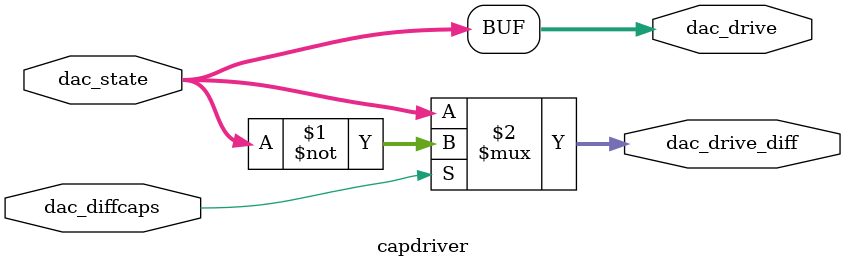
<source format=v>



module capdriver #(
    parameter Ndac = 16  // Number of DAC bits (default 16)
) (
    input  wire [Ndac-1:0] dac_state,        // DAC state input bus
    input  wire dac_diffcaps,                // Enable differential capacitor mode
    output wire [Ndac-1:0] dac_drive,        // DAC drive main caps output bus
    output wire [Ndac-1:0] dac_drive_diff    // DAC drive difference caps output bus
);

    // Direct assignment for standard drive
    assign dac_drive = dac_state;
    
    // Conditional assignment for differential drive
    // When dac_diffcaps = 0: no inversion (same as dac_state)
    // When dac_diffcaps = 1: invert dac_state
    assign dac_drive_diff = dac_diffcaps ? ~dac_state : dac_state;

endmodule

</source>
